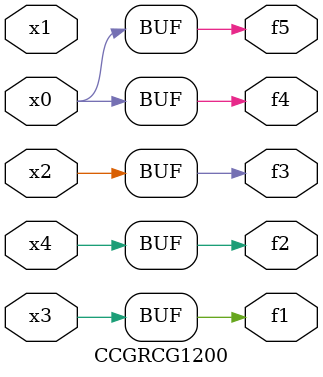
<source format=v>
module CCGRCG1200(
	input x0, x1, x2, x3, x4,
	output f1, f2, f3, f4, f5
);
	assign f1 = x3;
	assign f2 = x4;
	assign f3 = x2;
	assign f4 = x0;
	assign f5 = x0;
endmodule

</source>
